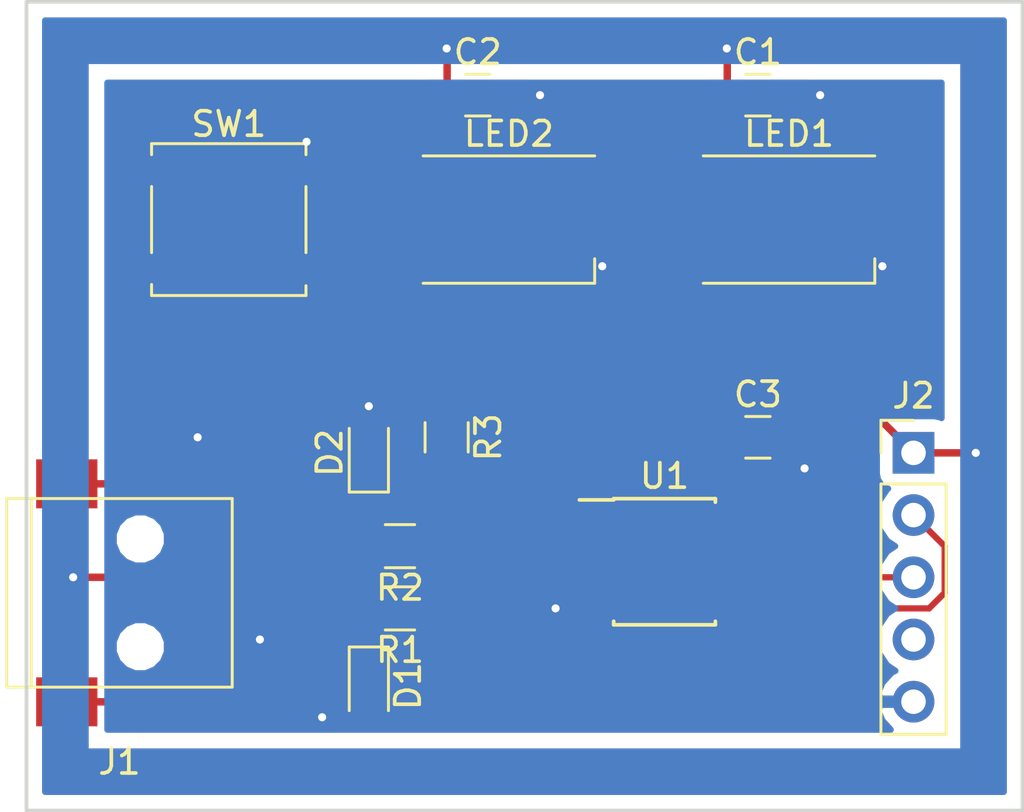
<source format=kicad_pcb>
(kicad_pcb (version 4) (host pcbnew 4.0.6-e0-6349~53~ubuntu16.04.1)

  (general
    (links 36)
    (no_connects 0)
    (area 135.244999 79.825 177.285001 130.405)
    (thickness 1.6)
    (drawings 4)
    (tracks 104)
    (zones 0)
    (modules 14)
    (nets 15)
  )

  (page A4)
  (layers
    (0 F.Cu signal)
    (31 B.Cu signal)
    (32 B.Adhes user)
    (33 F.Adhes user)
    (34 B.Paste user)
    (35 F.Paste user)
    (36 B.SilkS user)
    (37 F.SilkS user)
    (38 B.Mask user)
    (39 F.Mask user)
    (40 Dwgs.User user)
    (41 Cmts.User user)
    (42 Eco1.User user)
    (43 Eco2.User user)
    (44 Edge.Cuts user)
    (45 Margin user)
    (46 B.CrtYd user)
    (47 F.CrtYd user)
    (48 B.Fab user)
    (49 F.Fab user)
  )

  (setup
    (last_trace_width 0.254)
    (user_trace_width 0.254)
    (user_trace_width 0.3048)
    (trace_clearance 0.1524)
    (zone_clearance 0.508)
    (zone_45_only yes)
    (trace_min 0.1524)
    (segment_width 0.2)
    (edge_width 0.15)
    (via_size 0.6858)
    (via_drill 0.3302)
    (via_min_size 0.6858)
    (via_min_drill 0.3302)
    (uvia_size 0.762)
    (uvia_drill 0.508)
    (uvias_allowed no)
    (uvia_min_size 0)
    (uvia_min_drill 0)
    (pcb_text_width 0.3)
    (pcb_text_size 1.5 1.5)
    (mod_edge_width 0.15)
    (mod_text_size 1 1)
    (mod_text_width 0.15)
    (pad_size 1.524 1.524)
    (pad_drill 0.762)
    (pad_to_mask_clearance 0.2)
    (aux_axis_origin 0 0)
    (visible_elements FFFFFF7F)
    (pcbplotparams
      (layerselection 0x00030_80000001)
      (usegerberextensions false)
      (excludeedgelayer true)
      (linewidth 0.100000)
      (plotframeref false)
      (viasonmask false)
      (mode 1)
      (useauxorigin false)
      (hpglpennumber 1)
      (hpglpenspeed 20)
      (hpglpendiameter 15)
      (hpglpenoverlay 2)
      (psnegative false)
      (psa4output false)
      (plotreference true)
      (plotvalue true)
      (plotinvisibletext false)
      (padsonsilk false)
      (subtractmaskfromsilk false)
      (outputformat 1)
      (mirror false)
      (drillshape 1)
      (scaleselection 1)
      (outputdirectory ""))
  )

  (net 0 "")
  (net 1 +5V)
  (net 2 GND)
  (net 3 "Net-(D1-Pad1)")
  (net 4 "Net-(D2-Pad1)")
  (net 5 "Net-(J1-Pad4)")
  (net 6 "Net-(J2-Pad2)")
  (net 7 "Net-(J2-Pad3)")
  (net 8 "Net-(J2-Pad4)")
  (net 9 "Net-(LED1-Pad4)")
  (net 10 "Net-(LED1-Pad2)")
  (net 11 "Net-(LED2-Pad2)")
  (net 12 "Net-(R1-Pad1)")
  (net 13 "Net-(R2-Pad1)")
  (net 14 "Net-(SW1-Pad2)")

  (net_class Default "This is the default net class."
    (clearance 0.1524)
    (trace_width 0.1524)
    (via_dia 0.6858)
    (via_drill 0.3302)
    (uvia_dia 0.762)
    (uvia_drill 0.508)
    (add_net "Net-(D1-Pad1)")
    (add_net "Net-(D2-Pad1)")
    (add_net "Net-(J1-Pad4)")
    (add_net "Net-(J2-Pad2)")
    (add_net "Net-(J2-Pad3)")
    (add_net "Net-(J2-Pad4)")
    (add_net "Net-(LED1-Pad2)")
    (add_net "Net-(LED1-Pad4)")
    (add_net "Net-(LED2-Pad2)")
    (add_net "Net-(R1-Pad1)")
    (add_net "Net-(R2-Pad1)")
    (add_net "Net-(SW1-Pad2)")
  )

  (net_class Power ""
    (clearance 0.1524)
    (trace_width 0.3048)
    (via_dia 0.6858)
    (via_drill 0.3302)
    (uvia_dia 0.762)
    (uvia_drill 0.508)
    (add_net +5V)
    (add_net GND)
  )

  (module Capacitors_SMD:C_0805_HandSoldering (layer F.Cu) (tedit 58AA84A8) (tstamp 59168EAD)
    (at 169.545 99.06)
    (descr "Capacitor SMD 0805, hand soldering")
    (tags "capacitor 0805")
    (path /59168918)
    (attr smd)
    (fp_text reference C1 (at 0 -1.75) (layer F.SilkS)
      (effects (font (size 1 1) (thickness 0.15)))
    )
    (fp_text value 0.1uF (at 0 1.75) (layer F.Fab)
      (effects (font (size 1 1) (thickness 0.15)))
    )
    (fp_text user %R (at 0 -1.75) (layer F.Fab)
      (effects (font (size 1 1) (thickness 0.15)))
    )
    (fp_line (start -1 0.62) (end -1 -0.62) (layer F.Fab) (width 0.1))
    (fp_line (start 1 0.62) (end -1 0.62) (layer F.Fab) (width 0.1))
    (fp_line (start 1 -0.62) (end 1 0.62) (layer F.Fab) (width 0.1))
    (fp_line (start -1 -0.62) (end 1 -0.62) (layer F.Fab) (width 0.1))
    (fp_line (start 0.5 -0.85) (end -0.5 -0.85) (layer F.SilkS) (width 0.12))
    (fp_line (start -0.5 0.85) (end 0.5 0.85) (layer F.SilkS) (width 0.12))
    (fp_line (start -2.25 -0.88) (end 2.25 -0.88) (layer F.CrtYd) (width 0.05))
    (fp_line (start -2.25 -0.88) (end -2.25 0.87) (layer F.CrtYd) (width 0.05))
    (fp_line (start 2.25 0.87) (end 2.25 -0.88) (layer F.CrtYd) (width 0.05))
    (fp_line (start 2.25 0.87) (end -2.25 0.87) (layer F.CrtYd) (width 0.05))
    (pad 1 smd rect (at -1.25 0) (size 1.5 1.25) (layers F.Cu F.Paste F.Mask)
      (net 1 +5V))
    (pad 2 smd rect (at 1.25 0) (size 1.5 1.25) (layers F.Cu F.Paste F.Mask)
      (net 2 GND))
    (model Capacitors_SMD.3dshapes/C_0805.wrl
      (at (xyz 0 0 0))
      (scale (xyz 1 1 1))
      (rotate (xyz 0 0 0))
    )
  )

  (module Capacitors_SMD:C_0805_HandSoldering (layer F.Cu) (tedit 58AA84A8) (tstamp 59168EB3)
    (at 158.115 99.06)
    (descr "Capacitor SMD 0805, hand soldering")
    (tags "capacitor 0805")
    (path /59168B47)
    (attr smd)
    (fp_text reference C2 (at 0 -1.75) (layer F.SilkS)
      (effects (font (size 1 1) (thickness 0.15)))
    )
    (fp_text value 0.1uF (at 0 1.75) (layer F.Fab)
      (effects (font (size 1 1) (thickness 0.15)))
    )
    (fp_text user %R (at 0 -1.75) (layer F.Fab)
      (effects (font (size 1 1) (thickness 0.15)))
    )
    (fp_line (start -1 0.62) (end -1 -0.62) (layer F.Fab) (width 0.1))
    (fp_line (start 1 0.62) (end -1 0.62) (layer F.Fab) (width 0.1))
    (fp_line (start 1 -0.62) (end 1 0.62) (layer F.Fab) (width 0.1))
    (fp_line (start -1 -0.62) (end 1 -0.62) (layer F.Fab) (width 0.1))
    (fp_line (start 0.5 -0.85) (end -0.5 -0.85) (layer F.SilkS) (width 0.12))
    (fp_line (start -0.5 0.85) (end 0.5 0.85) (layer F.SilkS) (width 0.12))
    (fp_line (start -2.25 -0.88) (end 2.25 -0.88) (layer F.CrtYd) (width 0.05))
    (fp_line (start -2.25 -0.88) (end -2.25 0.87) (layer F.CrtYd) (width 0.05))
    (fp_line (start 2.25 0.87) (end 2.25 -0.88) (layer F.CrtYd) (width 0.05))
    (fp_line (start 2.25 0.87) (end -2.25 0.87) (layer F.CrtYd) (width 0.05))
    (pad 1 smd rect (at -1.25 0) (size 1.5 1.25) (layers F.Cu F.Paste F.Mask)
      (net 1 +5V))
    (pad 2 smd rect (at 1.25 0) (size 1.5 1.25) (layers F.Cu F.Paste F.Mask)
      (net 2 GND))
    (model Capacitors_SMD.3dshapes/C_0805.wrl
      (at (xyz 0 0 0))
      (scale (xyz 1 1 1))
      (rotate (xyz 0 0 0))
    )
  )

  (module Capacitors_SMD:C_0805_HandSoldering (layer F.Cu) (tedit 58AA84A8) (tstamp 59168EB9)
    (at 169.545 113.03)
    (descr "Capacitor SMD 0805, hand soldering")
    (tags "capacitor 0805")
    (path /59168700)
    (attr smd)
    (fp_text reference C3 (at 0 -1.75) (layer F.SilkS)
      (effects (font (size 1 1) (thickness 0.15)))
    )
    (fp_text value 0.1uF (at 0 1.75) (layer F.Fab)
      (effects (font (size 1 1) (thickness 0.15)))
    )
    (fp_text user %R (at 0 -1.75) (layer F.Fab)
      (effects (font (size 1 1) (thickness 0.15)))
    )
    (fp_line (start -1 0.62) (end -1 -0.62) (layer F.Fab) (width 0.1))
    (fp_line (start 1 0.62) (end -1 0.62) (layer F.Fab) (width 0.1))
    (fp_line (start 1 -0.62) (end 1 0.62) (layer F.Fab) (width 0.1))
    (fp_line (start -1 -0.62) (end 1 -0.62) (layer F.Fab) (width 0.1))
    (fp_line (start 0.5 -0.85) (end -0.5 -0.85) (layer F.SilkS) (width 0.12))
    (fp_line (start -0.5 0.85) (end 0.5 0.85) (layer F.SilkS) (width 0.12))
    (fp_line (start -2.25 -0.88) (end 2.25 -0.88) (layer F.CrtYd) (width 0.05))
    (fp_line (start -2.25 -0.88) (end -2.25 0.87) (layer F.CrtYd) (width 0.05))
    (fp_line (start 2.25 0.87) (end 2.25 -0.88) (layer F.CrtYd) (width 0.05))
    (fp_line (start 2.25 0.87) (end -2.25 0.87) (layer F.CrtYd) (width 0.05))
    (pad 1 smd rect (at -1.25 0) (size 1.5 1.25) (layers F.Cu F.Paste F.Mask)
      (net 1 +5V))
    (pad 2 smd rect (at 1.25 0) (size 1.5 1.25) (layers F.Cu F.Paste F.Mask)
      (net 2 GND))
    (model Capacitors_SMD.3dshapes/C_0805.wrl
      (at (xyz 0 0 0))
      (scale (xyz 1 1 1))
      (rotate (xyz 0 0 0))
    )
  )

  (module Diodes_SMD:D_0805 (layer F.Cu) (tedit 590CE9A4) (tstamp 59168EBF)
    (at 153.67 123.19 270)
    (descr "Diode SMD in 0805 package http://datasheets.avx.com/schottky.pdf")
    (tags "smd diode")
    (path /59168133)
    (attr smd)
    (fp_text reference D1 (at 0 -1.6 270) (layer F.SilkS)
      (effects (font (size 1 1) (thickness 0.15)))
    )
    (fp_text value 3.6V (at 0 1.7 270) (layer F.Fab)
      (effects (font (size 1 1) (thickness 0.15)))
    )
    (fp_text user %R (at 0 -1.6 270) (layer F.Fab)
      (effects (font (size 1 1) (thickness 0.15)))
    )
    (fp_line (start -1.6 -0.8) (end -1.6 0.8) (layer F.SilkS) (width 0.12))
    (fp_line (start -1.7 0.88) (end -1.7 -0.88) (layer F.CrtYd) (width 0.05))
    (fp_line (start 1.7 0.88) (end -1.7 0.88) (layer F.CrtYd) (width 0.05))
    (fp_line (start 1.7 -0.88) (end 1.7 0.88) (layer F.CrtYd) (width 0.05))
    (fp_line (start -1.7 -0.88) (end 1.7 -0.88) (layer F.CrtYd) (width 0.05))
    (fp_line (start 0.2 0) (end 0.4 0) (layer F.Fab) (width 0.1))
    (fp_line (start -0.1 0) (end -0.3 0) (layer F.Fab) (width 0.1))
    (fp_line (start -0.1 -0.2) (end -0.1 0.2) (layer F.Fab) (width 0.1))
    (fp_line (start 0.2 0.2) (end 0.2 -0.2) (layer F.Fab) (width 0.1))
    (fp_line (start -0.1 0) (end 0.2 0.2) (layer F.Fab) (width 0.1))
    (fp_line (start 0.2 -0.2) (end -0.1 0) (layer F.Fab) (width 0.1))
    (fp_line (start -1 0.65) (end -1 -0.65) (layer F.Fab) (width 0.1))
    (fp_line (start 1 0.65) (end -1 0.65) (layer F.Fab) (width 0.1))
    (fp_line (start 1 -0.65) (end 1 0.65) (layer F.Fab) (width 0.1))
    (fp_line (start -1 -0.65) (end 1 -0.65) (layer F.Fab) (width 0.1))
    (fp_line (start -1.6 0.8) (end 1 0.8) (layer F.SilkS) (width 0.12))
    (fp_line (start -1.6 -0.8) (end 1 -0.8) (layer F.SilkS) (width 0.12))
    (pad 1 smd rect (at -1.05 0 270) (size 0.8 0.9) (layers F.Cu F.Paste F.Mask)
      (net 3 "Net-(D1-Pad1)"))
    (pad 2 smd rect (at 1.05 0 270) (size 0.8 0.9) (layers F.Cu F.Paste F.Mask)
      (net 2 GND))
    (model ${KISYS3DMOD}/Diodes_SMD.3dshapes/D_0805.wrl
      (at (xyz 0 0 0))
      (scale (xyz 1 1 1))
      (rotate (xyz 0 0 0))
    )
  )

  (module Diodes_SMD:D_0805 (layer F.Cu) (tedit 590CE9A4) (tstamp 59168EC5)
    (at 153.67 113.665 90)
    (descr "Diode SMD in 0805 package http://datasheets.avx.com/schottky.pdf")
    (tags "smd diode")
    (path /59168196)
    (attr smd)
    (fp_text reference D2 (at 0 -1.6 90) (layer F.SilkS)
      (effects (font (size 1 1) (thickness 0.15)))
    )
    (fp_text value 3.6V (at 0 1.7 90) (layer F.Fab)
      (effects (font (size 1 1) (thickness 0.15)))
    )
    (fp_text user %R (at 0 -1.6 90) (layer F.Fab)
      (effects (font (size 1 1) (thickness 0.15)))
    )
    (fp_line (start -1.6 -0.8) (end -1.6 0.8) (layer F.SilkS) (width 0.12))
    (fp_line (start -1.7 0.88) (end -1.7 -0.88) (layer F.CrtYd) (width 0.05))
    (fp_line (start 1.7 0.88) (end -1.7 0.88) (layer F.CrtYd) (width 0.05))
    (fp_line (start 1.7 -0.88) (end 1.7 0.88) (layer F.CrtYd) (width 0.05))
    (fp_line (start -1.7 -0.88) (end 1.7 -0.88) (layer F.CrtYd) (width 0.05))
    (fp_line (start 0.2 0) (end 0.4 0) (layer F.Fab) (width 0.1))
    (fp_line (start -0.1 0) (end -0.3 0) (layer F.Fab) (width 0.1))
    (fp_line (start -0.1 -0.2) (end -0.1 0.2) (layer F.Fab) (width 0.1))
    (fp_line (start 0.2 0.2) (end 0.2 -0.2) (layer F.Fab) (width 0.1))
    (fp_line (start -0.1 0) (end 0.2 0.2) (layer F.Fab) (width 0.1))
    (fp_line (start 0.2 -0.2) (end -0.1 0) (layer F.Fab) (width 0.1))
    (fp_line (start -1 0.65) (end -1 -0.65) (layer F.Fab) (width 0.1))
    (fp_line (start 1 0.65) (end -1 0.65) (layer F.Fab) (width 0.1))
    (fp_line (start 1 -0.65) (end 1 0.65) (layer F.Fab) (width 0.1))
    (fp_line (start -1 -0.65) (end 1 -0.65) (layer F.Fab) (width 0.1))
    (fp_line (start -1.6 0.8) (end 1 0.8) (layer F.SilkS) (width 0.12))
    (fp_line (start -1.6 -0.8) (end 1 -0.8) (layer F.SilkS) (width 0.12))
    (pad 1 smd rect (at -1.05 0 90) (size 0.8 0.9) (layers F.Cu F.Paste F.Mask)
      (net 4 "Net-(D2-Pad1)"))
    (pad 2 smd rect (at 1.05 0 90) (size 0.8 0.9) (layers F.Cu F.Paste F.Mask)
      (net 2 GND))
    (model ${KISYS3DMOD}/Diodes_SMD.3dshapes/D_0805.wrl
      (at (xyz 0 0 0))
      (scale (xyz 1 1 1))
      (rotate (xyz 0 0 0))
    )
  )

  (module Connectors:USB_Mini-B (layer F.Cu) (tedit 5543E571) (tstamp 59168EDD)
    (at 144.145 119.38)
    (descr "USB Mini-B 5-pin SMD connector")
    (tags "USB USB_B USB_Mini connector")
    (path /59168025)
    (attr smd)
    (fp_text reference J1 (at -0.65 6.9) (layer F.SilkS)
      (effects (font (size 1 1) (thickness 0.15)))
    )
    (fp_text value USB_OTG (at -0.65 -7.1) (layer F.Fab)
      (effects (font (size 1 1) (thickness 0.15)))
    )
    (fp_line (start -5.5 -5.7) (end 4.2 -5.7) (layer F.CrtYd) (width 0.05))
    (fp_line (start 4.2 -5.7) (end 4.2 5.7) (layer F.CrtYd) (width 0.05))
    (fp_line (start 4.2 5.7) (end -5.5 5.7) (layer F.CrtYd) (width 0.05))
    (fp_line (start -5.5 5.7) (end -5.5 -5.7) (layer F.CrtYd) (width 0.05))
    (fp_line (start -4.25 -3.85) (end -4.25 3.85) (layer F.SilkS) (width 0.12))
    (fp_line (start -5.25 -3.85) (end -5.25 3.85) (layer F.SilkS) (width 0.12))
    (fp_line (start -5.25 3.85) (end 3.95 3.85) (layer F.SilkS) (width 0.12))
    (fp_line (start 3.95 3.85) (end 3.95 -3.85) (layer F.SilkS) (width 0.12))
    (fp_line (start 3.95 -3.85) (end -5.25 -3.85) (layer F.SilkS) (width 0.12))
    (pad 1 smd rect (at 2.8 -1.6) (size 2.3 0.5) (layers F.Cu F.Paste F.Mask)
      (net 1 +5V))
    (pad 2 smd rect (at 2.8 -0.8) (size 2.3 0.5) (layers F.Cu F.Paste F.Mask)
      (net 4 "Net-(D2-Pad1)"))
    (pad 3 smd rect (at 2.8 0) (size 2.3 0.5) (layers F.Cu F.Paste F.Mask)
      (net 3 "Net-(D1-Pad1)"))
    (pad 4 smd rect (at 2.8 0.8) (size 2.3 0.5) (layers F.Cu F.Paste F.Mask)
      (net 5 "Net-(J1-Pad4)"))
    (pad 5 smd rect (at 2.8 1.6) (size 2.3 0.5) (layers F.Cu F.Paste F.Mask)
      (net 2 GND))
    (pad 6 smd rect (at 2.7 -4.45) (size 2.5 2) (layers F.Cu F.Paste F.Mask)
      (net 2 GND))
    (pad 6 smd rect (at -2.8 -4.45) (size 2.5 2) (layers F.Cu F.Paste F.Mask)
      (net 2 GND))
    (pad 6 smd rect (at 2.7 4.45) (size 2.5 2) (layers F.Cu F.Paste F.Mask)
      (net 2 GND))
    (pad 6 smd rect (at -2.8 4.45) (size 2.5 2) (layers F.Cu F.Paste F.Mask)
      (net 2 GND))
    (pad "" np_thru_hole circle (at 0.2 -2.2) (size 0.9 0.9) (drill 0.9) (layers *.Cu *.Mask))
    (pad "" np_thru_hole circle (at 0.2 2.2) (size 0.9 0.9) (drill 0.9) (layers *.Cu *.Mask))
  )

  (module Pin_Headers:Pin_Header_Straight_1x05_Pitch2.54mm (layer F.Cu) (tedit 58CD4EC1) (tstamp 59168EE6)
    (at 175.895 113.665)
    (descr "Through hole straight pin header, 1x05, 2.54mm pitch, single row")
    (tags "Through hole pin header THT 1x05 2.54mm single row")
    (path /591692F5)
    (fp_text reference J2 (at 0 -2.33) (layer F.SilkS)
      (effects (font (size 1 1) (thickness 0.15)))
    )
    (fp_text value RTC (at 0 12.49) (layer F.Fab)
      (effects (font (size 1 1) (thickness 0.15)))
    )
    (fp_line (start -1.27 -1.27) (end -1.27 11.43) (layer F.Fab) (width 0.1))
    (fp_line (start -1.27 11.43) (end 1.27 11.43) (layer F.Fab) (width 0.1))
    (fp_line (start 1.27 11.43) (end 1.27 -1.27) (layer F.Fab) (width 0.1))
    (fp_line (start 1.27 -1.27) (end -1.27 -1.27) (layer F.Fab) (width 0.1))
    (fp_line (start -1.33 1.27) (end -1.33 11.49) (layer F.SilkS) (width 0.12))
    (fp_line (start -1.33 11.49) (end 1.33 11.49) (layer F.SilkS) (width 0.12))
    (fp_line (start 1.33 11.49) (end 1.33 1.27) (layer F.SilkS) (width 0.12))
    (fp_line (start 1.33 1.27) (end -1.33 1.27) (layer F.SilkS) (width 0.12))
    (fp_line (start -1.33 0) (end -1.33 -1.33) (layer F.SilkS) (width 0.12))
    (fp_line (start -1.33 -1.33) (end 0 -1.33) (layer F.SilkS) (width 0.12))
    (fp_line (start -1.8 -1.8) (end -1.8 11.95) (layer F.CrtYd) (width 0.05))
    (fp_line (start -1.8 11.95) (end 1.8 11.95) (layer F.CrtYd) (width 0.05))
    (fp_line (start 1.8 11.95) (end 1.8 -1.8) (layer F.CrtYd) (width 0.05))
    (fp_line (start 1.8 -1.8) (end -1.8 -1.8) (layer F.CrtYd) (width 0.05))
    (fp_text user %R (at 0 -2.33) (layer F.Fab)
      (effects (font (size 1 1) (thickness 0.15)))
    )
    (pad 1 thru_hole rect (at 0 0) (size 1.7 1.7) (drill 1) (layers *.Cu *.Mask)
      (net 1 +5V))
    (pad 2 thru_hole oval (at 0 2.54) (size 1.7 1.7) (drill 1) (layers *.Cu *.Mask)
      (net 6 "Net-(J2-Pad2)"))
    (pad 3 thru_hole oval (at 0 5.08) (size 1.7 1.7) (drill 1) (layers *.Cu *.Mask)
      (net 7 "Net-(J2-Pad3)"))
    (pad 4 thru_hole oval (at 0 7.62) (size 1.7 1.7) (drill 1) (layers *.Cu *.Mask)
      (net 8 "Net-(J2-Pad4)"))
    (pad 5 thru_hole oval (at 0 10.16) (size 1.7 1.7) (drill 1) (layers *.Cu *.Mask)
      (net 2 GND))
    (model ${KISYS3DMOD}/Pin_Headers.3dshapes/Pin_Header_Straight_1x05_Pitch2.54mm.wrl
      (at (xyz 0 -0.2 0))
      (scale (xyz 1 1 1))
      (rotate (xyz 0 0 90))
    )
  )

  (module LEDs:LED_WS2812B-PLCC4 (layer F.Cu) (tedit 587A6D9E) (tstamp 59168EEE)
    (at 170.815 104.14)
    (descr http://www.world-semi.com/uploads/soft/150522/1-150522091P5.pdf)
    (tags "LED NeoPixel")
    (path /5916862C)
    (attr smd)
    (fp_text reference LED1 (at 0 -3.5) (layer F.SilkS)
      (effects (font (size 1 1) (thickness 0.15)))
    )
    (fp_text value WS2812B (at 0 4) (layer F.Fab)
      (effects (font (size 1 1) (thickness 0.15)))
    )
    (fp_line (start 3.75 -2.85) (end -3.75 -2.85) (layer F.CrtYd) (width 0.05))
    (fp_line (start 3.75 2.85) (end 3.75 -2.85) (layer F.CrtYd) (width 0.05))
    (fp_line (start -3.75 2.85) (end 3.75 2.85) (layer F.CrtYd) (width 0.05))
    (fp_line (start -3.75 -2.85) (end -3.75 2.85) (layer F.CrtYd) (width 0.05))
    (fp_line (start 2.5 1.5) (end 1.5 2.5) (layer F.Fab) (width 0.1))
    (fp_line (start -2.5 -2.5) (end -2.5 2.5) (layer F.Fab) (width 0.1))
    (fp_line (start -2.5 2.5) (end 2.5 2.5) (layer F.Fab) (width 0.1))
    (fp_line (start 2.5 2.5) (end 2.5 -2.5) (layer F.Fab) (width 0.1))
    (fp_line (start 2.5 -2.5) (end -2.5 -2.5) (layer F.Fab) (width 0.1))
    (fp_line (start -3.5 -2.6) (end 3.5 -2.6) (layer F.SilkS) (width 0.12))
    (fp_line (start -3.5 2.6) (end 3.5 2.6) (layer F.SilkS) (width 0.12))
    (fp_line (start 3.5 2.6) (end 3.5 1.6) (layer F.SilkS) (width 0.12))
    (fp_circle (center 0 0) (end 0 -2) (layer F.Fab) (width 0.1))
    (pad 3 smd rect (at 2.5 1.6) (size 1.6 1) (layers F.Cu F.Paste F.Mask)
      (net 2 GND))
    (pad 4 smd rect (at 2.5 -1.6) (size 1.6 1) (layers F.Cu F.Paste F.Mask)
      (net 9 "Net-(LED1-Pad4)"))
    (pad 2 smd rect (at -2.5 1.6) (size 1.6 1) (layers F.Cu F.Paste F.Mask)
      (net 10 "Net-(LED1-Pad2)"))
    (pad 1 smd rect (at -2.5 -1.6) (size 1.6 1) (layers F.Cu F.Paste F.Mask)
      (net 1 +5V))
    (model LEDs.3dshapes/LED_WS2812B-PLCC4.wrl
      (at (xyz 0 0 0))
      (scale (xyz 0.39 0.39 0.39))
      (rotate (xyz 0 0 180))
    )
  )

  (module LEDs:LED_WS2812B-PLCC4 (layer F.Cu) (tedit 587A6D9E) (tstamp 59168EF6)
    (at 159.385 104.14)
    (descr http://www.world-semi.com/uploads/soft/150522/1-150522091P5.pdf)
    (tags "LED NeoPixel")
    (path /59168683)
    (attr smd)
    (fp_text reference LED2 (at 0 -3.5) (layer F.SilkS)
      (effects (font (size 1 1) (thickness 0.15)))
    )
    (fp_text value WS2812B (at 0 4) (layer F.Fab)
      (effects (font (size 1 1) (thickness 0.15)))
    )
    (fp_line (start 3.75 -2.85) (end -3.75 -2.85) (layer F.CrtYd) (width 0.05))
    (fp_line (start 3.75 2.85) (end 3.75 -2.85) (layer F.CrtYd) (width 0.05))
    (fp_line (start -3.75 2.85) (end 3.75 2.85) (layer F.CrtYd) (width 0.05))
    (fp_line (start -3.75 -2.85) (end -3.75 2.85) (layer F.CrtYd) (width 0.05))
    (fp_line (start 2.5 1.5) (end 1.5 2.5) (layer F.Fab) (width 0.1))
    (fp_line (start -2.5 -2.5) (end -2.5 2.5) (layer F.Fab) (width 0.1))
    (fp_line (start -2.5 2.5) (end 2.5 2.5) (layer F.Fab) (width 0.1))
    (fp_line (start 2.5 2.5) (end 2.5 -2.5) (layer F.Fab) (width 0.1))
    (fp_line (start 2.5 -2.5) (end -2.5 -2.5) (layer F.Fab) (width 0.1))
    (fp_line (start -3.5 -2.6) (end 3.5 -2.6) (layer F.SilkS) (width 0.12))
    (fp_line (start -3.5 2.6) (end 3.5 2.6) (layer F.SilkS) (width 0.12))
    (fp_line (start 3.5 2.6) (end 3.5 1.6) (layer F.SilkS) (width 0.12))
    (fp_circle (center 0 0) (end 0 -2) (layer F.Fab) (width 0.1))
    (pad 3 smd rect (at 2.5 1.6) (size 1.6 1) (layers F.Cu F.Paste F.Mask)
      (net 2 GND))
    (pad 4 smd rect (at 2.5 -1.6) (size 1.6 1) (layers F.Cu F.Paste F.Mask)
      (net 10 "Net-(LED1-Pad2)"))
    (pad 2 smd rect (at -2.5 1.6) (size 1.6 1) (layers F.Cu F.Paste F.Mask)
      (net 11 "Net-(LED2-Pad2)"))
    (pad 1 smd rect (at -2.5 -1.6) (size 1.6 1) (layers F.Cu F.Paste F.Mask)
      (net 1 +5V))
    (model LEDs.3dshapes/LED_WS2812B-PLCC4.wrl
      (at (xyz 0 0 0))
      (scale (xyz 0.39 0.39 0.39))
      (rotate (xyz 0 0 180))
    )
  )

  (module Resistors_SMD:R_0805_HandSoldering (layer F.Cu) (tedit 58E0A804) (tstamp 59168EFC)
    (at 154.94 120.015 180)
    (descr "Resistor SMD 0805, hand soldering")
    (tags "resistor 0805")
    (path /591681E6)
    (attr smd)
    (fp_text reference R1 (at 0 -1.7 180) (layer F.SilkS)
      (effects (font (size 1 1) (thickness 0.15)))
    )
    (fp_text value 68 (at 0 1.75 180) (layer F.Fab)
      (effects (font (size 1 1) (thickness 0.15)))
    )
    (fp_text user %R (at 0 0 180) (layer F.Fab)
      (effects (font (size 0.5 0.5) (thickness 0.075)))
    )
    (fp_line (start -1 0.62) (end -1 -0.62) (layer F.Fab) (width 0.1))
    (fp_line (start 1 0.62) (end -1 0.62) (layer F.Fab) (width 0.1))
    (fp_line (start 1 -0.62) (end 1 0.62) (layer F.Fab) (width 0.1))
    (fp_line (start -1 -0.62) (end 1 -0.62) (layer F.Fab) (width 0.1))
    (fp_line (start 0.6 0.88) (end -0.6 0.88) (layer F.SilkS) (width 0.12))
    (fp_line (start -0.6 -0.88) (end 0.6 -0.88) (layer F.SilkS) (width 0.12))
    (fp_line (start -2.35 -0.9) (end 2.35 -0.9) (layer F.CrtYd) (width 0.05))
    (fp_line (start -2.35 -0.9) (end -2.35 0.9) (layer F.CrtYd) (width 0.05))
    (fp_line (start 2.35 0.9) (end 2.35 -0.9) (layer F.CrtYd) (width 0.05))
    (fp_line (start 2.35 0.9) (end -2.35 0.9) (layer F.CrtYd) (width 0.05))
    (pad 1 smd rect (at -1.35 0 180) (size 1.5 1.3) (layers F.Cu F.Paste F.Mask)
      (net 12 "Net-(R1-Pad1)"))
    (pad 2 smd rect (at 1.35 0 180) (size 1.5 1.3) (layers F.Cu F.Paste F.Mask)
      (net 3 "Net-(D1-Pad1)"))
    (model ${KISYS3DMOD}/Resistors_SMD.3dshapes/R_0805.wrl
      (at (xyz 0 0 0))
      (scale (xyz 1 1 1))
      (rotate (xyz 0 0 0))
    )
  )

  (module Resistors_SMD:R_0805_HandSoldering (layer F.Cu) (tedit 58E0A804) (tstamp 59168F02)
    (at 154.94 117.475 180)
    (descr "Resistor SMD 0805, hand soldering")
    (tags "resistor 0805")
    (path /591681B8)
    (attr smd)
    (fp_text reference R2 (at 0 -1.7 180) (layer F.SilkS)
      (effects (font (size 1 1) (thickness 0.15)))
    )
    (fp_text value 68 (at 0 1.75 180) (layer F.Fab)
      (effects (font (size 1 1) (thickness 0.15)))
    )
    (fp_text user %R (at 0 0 180) (layer F.Fab)
      (effects (font (size 0.5 0.5) (thickness 0.075)))
    )
    (fp_line (start -1 0.62) (end -1 -0.62) (layer F.Fab) (width 0.1))
    (fp_line (start 1 0.62) (end -1 0.62) (layer F.Fab) (width 0.1))
    (fp_line (start 1 -0.62) (end 1 0.62) (layer F.Fab) (width 0.1))
    (fp_line (start -1 -0.62) (end 1 -0.62) (layer F.Fab) (width 0.1))
    (fp_line (start 0.6 0.88) (end -0.6 0.88) (layer F.SilkS) (width 0.12))
    (fp_line (start -0.6 -0.88) (end 0.6 -0.88) (layer F.SilkS) (width 0.12))
    (fp_line (start -2.35 -0.9) (end 2.35 -0.9) (layer F.CrtYd) (width 0.05))
    (fp_line (start -2.35 -0.9) (end -2.35 0.9) (layer F.CrtYd) (width 0.05))
    (fp_line (start 2.35 0.9) (end 2.35 -0.9) (layer F.CrtYd) (width 0.05))
    (fp_line (start 2.35 0.9) (end -2.35 0.9) (layer F.CrtYd) (width 0.05))
    (pad 1 smd rect (at -1.35 0 180) (size 1.5 1.3) (layers F.Cu F.Paste F.Mask)
      (net 13 "Net-(R2-Pad1)"))
    (pad 2 smd rect (at 1.35 0 180) (size 1.5 1.3) (layers F.Cu F.Paste F.Mask)
      (net 4 "Net-(D2-Pad1)"))
    (model ${KISYS3DMOD}/Resistors_SMD.3dshapes/R_0805.wrl
      (at (xyz 0 0 0))
      (scale (xyz 1 1 1))
      (rotate (xyz 0 0 0))
    )
  )

  (module Resistors_SMD:R_0805_HandSoldering (layer F.Cu) (tedit 58E0A804) (tstamp 59168F08)
    (at 156.845 113.03 270)
    (descr "Resistor SMD 0805, hand soldering")
    (tags "resistor 0805")
    (path /5916844B)
    (attr smd)
    (fp_text reference R3 (at 0 -1.7 270) (layer F.SilkS)
      (effects (font (size 1 1) (thickness 0.15)))
    )
    (fp_text value 1.5k (at 0 1.75 270) (layer F.Fab)
      (effects (font (size 1 1) (thickness 0.15)))
    )
    (fp_text user %R (at 0 0 270) (layer F.Fab)
      (effects (font (size 0.5 0.5) (thickness 0.075)))
    )
    (fp_line (start -1 0.62) (end -1 -0.62) (layer F.Fab) (width 0.1))
    (fp_line (start 1 0.62) (end -1 0.62) (layer F.Fab) (width 0.1))
    (fp_line (start 1 -0.62) (end 1 0.62) (layer F.Fab) (width 0.1))
    (fp_line (start -1 -0.62) (end 1 -0.62) (layer F.Fab) (width 0.1))
    (fp_line (start 0.6 0.88) (end -0.6 0.88) (layer F.SilkS) (width 0.12))
    (fp_line (start -0.6 -0.88) (end 0.6 -0.88) (layer F.SilkS) (width 0.12))
    (fp_line (start -2.35 -0.9) (end 2.35 -0.9) (layer F.CrtYd) (width 0.05))
    (fp_line (start -2.35 -0.9) (end -2.35 0.9) (layer F.CrtYd) (width 0.05))
    (fp_line (start 2.35 0.9) (end 2.35 -0.9) (layer F.CrtYd) (width 0.05))
    (fp_line (start 2.35 0.9) (end -2.35 0.9) (layer F.CrtYd) (width 0.05))
    (pad 1 smd rect (at -1.35 0 270) (size 1.5 1.3) (layers F.Cu F.Paste F.Mask)
      (net 1 +5V))
    (pad 2 smd rect (at 1.35 0 270) (size 1.5 1.3) (layers F.Cu F.Paste F.Mask)
      (net 13 "Net-(R2-Pad1)"))
    (model ${KISYS3DMOD}/Resistors_SMD.3dshapes/R_0805.wrl
      (at (xyz 0 0 0))
      (scale (xyz 1 1 1))
      (rotate (xyz 0 0 0))
    )
  )

  (module Buttons_Switches_SMD:SW_SPST_EVPBF (layer F.Cu) (tedit 587245CD) (tstamp 59168F10)
    (at 147.955 104.14)
    (descr "Light Touch Switch")
    (path /591697DF)
    (attr smd)
    (fp_text reference SW1 (at 0 -3.9) (layer F.SilkS)
      (effects (font (size 1 1) (thickness 0.15)))
    )
    (fp_text value SW_Push (at 0 4.25) (layer F.Fab)
      (effects (font (size 1 1) (thickness 0.15)))
    )
    (fp_line (start -3.15 2.65) (end -3.15 3.1) (layer F.SilkS) (width 0.12))
    (fp_line (start -3.15 3.1) (end 3.15 3.1) (layer F.SilkS) (width 0.12))
    (fp_line (start 3.15 3.1) (end 3.15 2.7) (layer F.SilkS) (width 0.12))
    (fp_line (start -3.15 1.35) (end -3.15 -1.35) (layer F.SilkS) (width 0.12))
    (fp_line (start 3.15 -1.35) (end 3.15 1.35) (layer F.SilkS) (width 0.12))
    (fp_line (start -3.15 -3.1) (end 3.15 -3.1) (layer F.SilkS) (width 0.12))
    (fp_line (start 3.15 -3.1) (end 3.15 -2.65) (layer F.SilkS) (width 0.12))
    (fp_line (start -3.15 -2.65) (end -3.15 -3.1) (layer F.SilkS) (width 0.12))
    (fp_line (start -3 -3) (end 3 -3) (layer F.Fab) (width 0.1))
    (fp_line (start 3 -3) (end 3 3) (layer F.Fab) (width 0.1))
    (fp_line (start 3 3) (end -3 3) (layer F.Fab) (width 0.1))
    (fp_line (start -3 3) (end -3 -3) (layer F.Fab) (width 0.1))
    (fp_text user %R (at 0 -3.9) (layer F.Fab)
      (effects (font (size 1 1) (thickness 0.15)))
    )
    (fp_line (start -4.5 -3.25) (end 4.5 -3.25) (layer F.CrtYd) (width 0.05))
    (fp_line (start 4.5 -3.25) (end 4.5 3.25) (layer F.CrtYd) (width 0.05))
    (fp_line (start 4.5 3.25) (end -4.5 3.25) (layer F.CrtYd) (width 0.05))
    (fp_line (start -4.5 3.25) (end -4.5 -3.25) (layer F.CrtYd) (width 0.05))
    (fp_circle (center 0 0) (end 1.7 0) (layer F.Fab) (width 0.1))
    (pad 1 smd rect (at 2.88 -2) (size 2.75 1) (layers F.Cu F.Paste F.Mask)
      (net 2 GND))
    (pad 1 smd rect (at -2.88 -2) (size 2.75 1) (layers F.Cu F.Paste F.Mask)
      (net 2 GND))
    (pad 2 smd rect (at -2.88 2) (size 2.75 1) (layers F.Cu F.Paste F.Mask)
      (net 14 "Net-(SW1-Pad2)"))
    (pad 2 smd rect (at 2.88 2) (size 2.75 1) (layers F.Cu F.Paste F.Mask)
      (net 14 "Net-(SW1-Pad2)"))
  )

  (module Housings_SOIC:SOIC-8_3.9x4.9mm_Pitch1.27mm (layer F.Cu) (tedit 58CD0CDA) (tstamp 59168F1C)
    (at 165.735 118.11)
    (descr "8-Lead Plastic Small Outline (SN) - Narrow, 3.90 mm Body [SOIC] (see Microchip Packaging Specification 00000049BS.pdf)")
    (tags "SOIC 1.27")
    (path /59167F03)
    (attr smd)
    (fp_text reference U1 (at 0 -3.5) (layer F.SilkS)
      (effects (font (size 1 1) (thickness 0.15)))
    )
    (fp_text value ATTINY85-20PU (at 0 3.5) (layer F.Fab)
      (effects (font (size 1 1) (thickness 0.15)))
    )
    (fp_text user %R (at 0 0) (layer F.Fab)
      (effects (font (size 1 1) (thickness 0.15)))
    )
    (fp_line (start -0.95 -2.45) (end 1.95 -2.45) (layer F.Fab) (width 0.1))
    (fp_line (start 1.95 -2.45) (end 1.95 2.45) (layer F.Fab) (width 0.1))
    (fp_line (start 1.95 2.45) (end -1.95 2.45) (layer F.Fab) (width 0.1))
    (fp_line (start -1.95 2.45) (end -1.95 -1.45) (layer F.Fab) (width 0.1))
    (fp_line (start -1.95 -1.45) (end -0.95 -2.45) (layer F.Fab) (width 0.1))
    (fp_line (start -3.73 -2.7) (end -3.73 2.7) (layer F.CrtYd) (width 0.05))
    (fp_line (start 3.73 -2.7) (end 3.73 2.7) (layer F.CrtYd) (width 0.05))
    (fp_line (start -3.73 -2.7) (end 3.73 -2.7) (layer F.CrtYd) (width 0.05))
    (fp_line (start -3.73 2.7) (end 3.73 2.7) (layer F.CrtYd) (width 0.05))
    (fp_line (start -2.075 -2.575) (end -2.075 -2.525) (layer F.SilkS) (width 0.15))
    (fp_line (start 2.075 -2.575) (end 2.075 -2.43) (layer F.SilkS) (width 0.15))
    (fp_line (start 2.075 2.575) (end 2.075 2.43) (layer F.SilkS) (width 0.15))
    (fp_line (start -2.075 2.575) (end -2.075 2.43) (layer F.SilkS) (width 0.15))
    (fp_line (start -2.075 -2.575) (end 2.075 -2.575) (layer F.SilkS) (width 0.15))
    (fp_line (start -2.075 2.575) (end 2.075 2.575) (layer F.SilkS) (width 0.15))
    (fp_line (start -2.075 -2.525) (end -3.475 -2.525) (layer F.SilkS) (width 0.15))
    (pad 1 smd rect (at -2.7 -1.905) (size 1.55 0.6) (layers F.Cu F.Paste F.Mask)
      (net 14 "Net-(SW1-Pad2)"))
    (pad 2 smd rect (at -2.7 -0.635) (size 1.55 0.6) (layers F.Cu F.Paste F.Mask)
      (net 13 "Net-(R2-Pad1)"))
    (pad 3 smd rect (at -2.7 0.635) (size 1.55 0.6) (layers F.Cu F.Paste F.Mask)
      (net 12 "Net-(R1-Pad1)"))
    (pad 4 smd rect (at -2.7 1.905) (size 1.55 0.6) (layers F.Cu F.Paste F.Mask)
      (net 2 GND))
    (pad 5 smd rect (at 2.7 1.905) (size 1.55 0.6) (layers F.Cu F.Paste F.Mask)
      (net 6 "Net-(J2-Pad2)"))
    (pad 6 smd rect (at 2.7 0.635) (size 1.55 0.6) (layers F.Cu F.Paste F.Mask)
      (net 9 "Net-(LED1-Pad4)"))
    (pad 7 smd rect (at 2.7 -0.635) (size 1.55 0.6) (layers F.Cu F.Paste F.Mask)
      (net 7 "Net-(J2-Pad3)"))
    (pad 8 smd rect (at 2.7 -1.905) (size 1.55 0.6) (layers F.Cu F.Paste F.Mask)
      (net 1 +5V))
    (model Housings_SOIC.3dshapes/SOIC-8_3.9x4.9mm_Pitch1.27mm.wrl
      (at (xyz 0 0 0))
      (scale (xyz 1 1 1))
      (rotate (xyz 0 0 0))
    )
  )

  (gr_line (start 139.7 95.25) (end 139.7 128.27) (angle 90) (layer Edge.Cuts) (width 0.15))
  (gr_line (start 180.34 95.25) (end 139.7 95.25) (angle 90) (layer Edge.Cuts) (width 0.15))
  (gr_line (start 180.34 128.27) (end 180.34 95.25) (angle 90) (layer Edge.Cuts) (width 0.15))
  (gr_line (start 139.7 128.27) (end 180.34 128.27) (angle 90) (layer Edge.Cuts) (width 0.15))

  (segment (start 168.295 99.06) (end 168.295 97.175) (width 0.3048) (layer F.Cu) (net 1))
  (via (at 168.275 97.155) (size 0.6858) (drill 0.3302) (layers F.Cu B.Cu) (net 1))
  (segment (start 168.295 97.175) (end 168.275 97.155) (width 0.3048) (layer F.Cu) (net 1) (tstamp 591772DA))
  (segment (start 156.865 99.06) (end 156.865 97.175) (width 0.3048) (layer F.Cu) (net 1))
  (via (at 156.845 97.155) (size 0.6858) (drill 0.3302) (layers F.Cu B.Cu) (net 1))
  (segment (start 156.865 97.175) (end 156.845 97.155) (width 0.3048) (layer F.Cu) (net 1) (tstamp 591772D5))
  (segment (start 156.845 111.68) (end 156.765 111.68) (width 0.3048) (layer F.Cu) (net 1))
  (segment (start 156.765 111.68) (end 155.575 110.49) (width 0.3048) (layer F.Cu) (net 1) (tstamp 591772BB))
  (segment (start 149.555 117.78) (end 146.945 117.78) (width 0.3048) (layer F.Cu) (net 1) (tstamp 591772CD))
  (segment (start 151.13 116.205) (end 149.555 117.78) (width 0.3048) (layer F.Cu) (net 1) (tstamp 591772CB))
  (segment (start 151.13 112.395) (end 151.13 116.205) (width 0.3048) (layer F.Cu) (net 1) (tstamp 591772C9))
  (segment (start 153.035 110.49) (end 151.13 112.395) (width 0.3048) (layer F.Cu) (net 1) (tstamp 591772C2))
  (segment (start 155.575 110.49) (end 153.035 110.49) (width 0.3048) (layer F.Cu) (net 1) (tstamp 591772C0))
  (segment (start 168.295 113.03) (end 168.295 113.01) (width 0.3048) (layer F.Cu) (net 1))
  (segment (start 168.295 113.01) (end 169.545 111.76) (width 0.3048) (layer F.Cu) (net 1) (tstamp 591772AC))
  (segment (start 173.99 111.76) (end 175.895 113.665) (width 0.3048) (layer F.Cu) (net 1) (tstamp 591772B1))
  (segment (start 169.545 111.76) (end 173.99 111.76) (width 0.3048) (layer F.Cu) (net 1) (tstamp 591772AD))
  (segment (start 146.945 117.78) (end 145.745 117.78) (width 0.3048) (layer F.Cu) (net 1))
  (via (at 141.605 118.745) (size 0.6858) (drill 0.3302) (layers F.Cu B.Cu) (net 1))
  (segment (start 144.78 118.745) (end 141.605 118.745) (width 0.3048) (layer F.Cu) (net 1) (tstamp 5917727D))
  (segment (start 145.745 117.78) (end 144.78 118.745) (width 0.3048) (layer F.Cu) (net 1) (tstamp 5917727B))
  (segment (start 175.895 113.665) (end 178.435 113.665) (width 0.3048) (layer F.Cu) (net 1))
  (via (at 178.435 113.665) (size 0.6858) (drill 0.3302) (layers F.Cu B.Cu) (net 1))
  (segment (start 168.435 116.205) (end 168.435 113.17) (width 0.3048) (layer F.Cu) (net 1))
  (segment (start 168.435 113.17) (end 168.295 113.03) (width 0.3048) (layer F.Cu) (net 1) (tstamp 59176C05))
  (segment (start 156.885 102.54) (end 156.885 99.08) (width 0.3048) (layer F.Cu) (net 1))
  (segment (start 156.885 99.08) (end 156.865 99.06) (width 0.3048) (layer F.Cu) (net 1) (tstamp 59176BFC))
  (segment (start 168.315 102.54) (end 168.315 99.08) (width 0.3048) (layer F.Cu) (net 1))
  (segment (start 168.315 99.08) (end 168.295 99.06) (width 0.3048) (layer F.Cu) (net 1) (tstamp 59176BF9))
  (segment (start 170.795 113.03) (end 170.795 113.645) (width 0.3048) (layer F.Cu) (net 2))
  (segment (start 170.795 113.645) (end 171.45 114.3) (width 0.3048) (layer F.Cu) (net 2) (tstamp 591772A1))
  (via (at 171.45 114.3) (size 0.6858) (drill 0.3302) (layers F.Cu B.Cu) (net 2))
  (segment (start 153.67 124.24) (end 151.985 124.24) (width 0.3048) (layer F.Cu) (net 2))
  (via (at 151.765 124.46) (size 0.6858) (drill 0.3302) (layers F.Cu B.Cu) (net 2))
  (segment (start 151.985 124.24) (end 151.765 124.46) (width 0.3048) (layer F.Cu) (net 2) (tstamp 59176F23))
  (segment (start 153.67 112.615) (end 153.67 111.76) (width 0.3048) (layer F.Cu) (net 2))
  (via (at 153.67 111.76) (size 0.6858) (drill 0.3302) (layers F.Cu B.Cu) (net 2))
  (segment (start 150.835 102.14) (end 150.835 101.26) (width 0.3048) (layer F.Cu) (net 2))
  (via (at 151.13 100.965) (size 0.6858) (drill 0.3302) (layers F.Cu B.Cu) (net 2))
  (segment (start 150.835 101.26) (end 151.13 100.965) (width 0.3048) (layer F.Cu) (net 2) (tstamp 59176A41))
  (segment (start 145.075 102.14) (end 150.835 102.14) (width 0.3048) (layer F.Cu) (net 2))
  (segment (start 170.795 99.06) (end 172.085 99.06) (width 0.3048) (layer F.Cu) (net 2))
  (via (at 172.085 99.06) (size 0.6858) (drill 0.3302) (layers F.Cu B.Cu) (net 2))
  (segment (start 173.315 105.74) (end 174.32 105.74) (width 0.3048) (layer F.Cu) (net 2))
  (via (at 174.625 106.045) (size 0.6858) (drill 0.3302) (layers F.Cu B.Cu) (net 2))
  (segment (start 174.32 105.74) (end 174.625 106.045) (width 0.3048) (layer F.Cu) (net 2) (tstamp 591768FE))
  (segment (start 161.885 105.74) (end 162.89 105.74) (width 0.3048) (layer F.Cu) (net 2))
  (via (at 163.195 106.045) (size 0.6858) (drill 0.3302) (layers F.Cu B.Cu) (net 2))
  (segment (start 162.89 105.74) (end 163.195 106.045) (width 0.3048) (layer F.Cu) (net 2) (tstamp 591768EA))
  (segment (start 159.365 99.06) (end 160.655 99.06) (width 0.3048) (layer F.Cu) (net 2))
  (via (at 160.655 99.06) (size 0.6858) (drill 0.3302) (layers F.Cu B.Cu) (net 2))
  (segment (start 163.035 120.015) (end 161.29 120.015) (width 0.3048) (layer F.Cu) (net 2))
  (via (at 161.29 120.015) (size 0.6858) (drill 0.3302) (layers F.Cu B.Cu) (net 2))
  (segment (start 146.845 114.93) (end 146.845 113.19) (width 0.3048) (layer F.Cu) (net 2))
  (via (at 146.685 113.03) (size 0.6858) (drill 0.3302) (layers F.Cu B.Cu) (net 2))
  (segment (start 146.845 113.19) (end 146.685 113.03) (width 0.3048) (layer F.Cu) (net 2) (tstamp 591768A3))
  (segment (start 146.945 120.98) (end 148.92 120.98) (width 0.3048) (layer F.Cu) (net 2))
  (via (at 149.225 121.285) (size 0.6858) (drill 0.3302) (layers F.Cu B.Cu) (net 2))
  (segment (start 148.92 120.98) (end 149.225 121.285) (width 0.3048) (layer F.Cu) (net 2) (tstamp 59176883))
  (segment (start 146.845 123.83) (end 141.345 123.83) (width 0.3048) (layer F.Cu) (net 2))
  (segment (start 146.945 120.98) (end 146.945 123.73) (width 0.3048) (layer F.Cu) (net 2))
  (segment (start 146.945 123.73) (end 146.845 123.83) (width 0.3048) (layer F.Cu) (net 2) (tstamp 5917687D))
  (segment (start 141.345 114.93) (end 146.845 114.93) (width 0.3048) (layer F.Cu) (net 2))
  (segment (start 153.59 120.015) (end 152.4 120.015) (width 0.254) (layer F.Cu) (net 3))
  (segment (start 151.765 119.38) (end 146.945 119.38) (width 0.254) (layer F.Cu) (net 3) (tstamp 5917730C))
  (segment (start 152.4 120.015) (end 151.765 119.38) (width 0.254) (layer F.Cu) (net 3) (tstamp 5917730B))
  (segment (start 153.67 122.14) (end 153.67 120.095) (width 0.3048) (layer F.Cu) (net 3))
  (segment (start 153.67 120.095) (end 153.59 120.015) (width 0.3048) (layer F.Cu) (net 3) (tstamp 59176B37))
  (segment (start 153.59 117.475) (end 152.4 117.475) (width 0.254) (layer F.Cu) (net 4))
  (segment (start 151.295 118.58) (end 146.945 118.58) (width 0.254) (layer F.Cu) (net 4) (tstamp 59177306))
  (segment (start 152.4 117.475) (end 151.295 118.58) (width 0.254) (layer F.Cu) (net 4) (tstamp 591772FE))
  (segment (start 153.67 114.715) (end 153.67 117.395) (width 0.3048) (layer F.Cu) (net 4))
  (segment (start 153.67 117.395) (end 153.59 117.475) (width 0.3048) (layer F.Cu) (net 4) (tstamp 59177021))
  (segment (start 153.59 117.475) (end 153.035 117.475) (width 0.3048) (layer F.Cu) (net 4))
  (segment (start 153.67 117.395) (end 153.59 117.475) (width 0.3048) (layer F.Cu) (net 4) (tstamp 59176AFD))
  (segment (start 175.895 116.205) (end 177.165 117.475) (width 0.254) (layer F.Cu) (net 6))
  (segment (start 176.53 120.015) (end 168.435 120.015) (width 0.254) (layer F.Cu) (net 6) (tstamp 59177347))
  (segment (start 177.165 119.38) (end 176.53 120.015) (width 0.254) (layer F.Cu) (net 6) (tstamp 59177346))
  (segment (start 177.165 117.475) (end 177.165 119.38) (width 0.254) (layer F.Cu) (net 6) (tstamp 59177345))
  (segment (start 175.895 116.205) (end 176.53 116.205) (width 0.254) (layer F.Cu) (net 6))
  (segment (start 175.895 118.745) (end 171.45 118.745) (width 0.254) (layer F.Cu) (net 7))
  (segment (start 170.18 117.475) (end 168.435 117.475) (width 0.254) (layer F.Cu) (net 7) (tstamp 59177353))
  (segment (start 171.45 118.745) (end 170.18 117.475) (width 0.254) (layer F.Cu) (net 7) (tstamp 5917734E))
  (segment (start 173.315 102.54) (end 173.05 102.54) (width 0.254) (layer F.Cu) (net 9))
  (segment (start 173.05 102.54) (end 170.815 104.775) (width 0.254) (layer F.Cu) (net 9) (tstamp 59177327))
  (segment (start 167.64 118.745) (end 168.435 118.745) (width 0.254) (layer F.Cu) (net 9) (tstamp 5917733A))
  (segment (start 166.37 117.475) (end 167.64 118.745) (width 0.254) (layer F.Cu) (net 9) (tstamp 59177336))
  (segment (start 166.37 111.76) (end 166.37 117.475) (width 0.254) (layer F.Cu) (net 9) (tstamp 59177332))
  (segment (start 170.815 107.315) (end 166.37 111.76) (width 0.254) (layer F.Cu) (net 9) (tstamp 5917732C))
  (segment (start 170.815 104.775) (end 170.815 107.315) (width 0.254) (layer F.Cu) (net 9) (tstamp 59177329))
  (segment (start 173.315 102.54) (end 173.315 102.91) (width 0.3048) (layer F.Cu) (net 9))
  (segment (start 168.315 105.74) (end 166.065 105.74) (width 0.3048) (layer F.Cu) (net 10))
  (segment (start 162.865 102.54) (end 161.885 102.54) (width 0.3048) (layer F.Cu) (net 10) (tstamp 59176B7D))
  (segment (start 166.065 105.74) (end 162.865 102.54) (width 0.3048) (layer F.Cu) (net 10) (tstamp 59176B78))
  (segment (start 163.035 118.745) (end 157.56 118.745) (width 0.254) (layer F.Cu) (net 12))
  (segment (start 157.56 118.745) (end 156.29 120.015) (width 0.254) (layer F.Cu) (net 12) (tstamp 59177314))
  (segment (start 163.035 117.475) (end 156.29 117.475) (width 0.254) (layer F.Cu) (net 13))
  (segment (start 156.29 117.475) (end 156.29 114.935) (width 0.3048) (layer F.Cu) (net 13))
  (segment (start 156.29 114.935) (end 156.845 114.38) (width 0.3048) (layer F.Cu) (net 13) (tstamp 59176B2C))
  (segment (start 163.035 116.205) (end 163.035 114.14) (width 0.254) (layer F.Cu) (net 14))
  (segment (start 152.645 107.95) (end 150.835 106.14) (width 0.254) (layer F.Cu) (net 14) (tstamp 59177322))
  (segment (start 156.845 107.95) (end 152.645 107.95) (width 0.254) (layer F.Cu) (net 14) (tstamp 59177320))
  (segment (start 163.035 114.14) (end 156.845 107.95) (width 0.254) (layer F.Cu) (net 14) (tstamp 5917731C))
  (segment (start 145.075 106.14) (end 150.835 106.14) (width 0.3048) (layer F.Cu) (net 14))

  (zone (net 2) (net_name GND) (layer B.Cu) (tstamp 5917595D) (hatch edge 0.508)
    (connect_pads (clearance 0.508))
    (min_thickness 0.254)
    (fill yes (arc_segments 16) (thermal_gap 0.508) (thermal_bridge_width 0.508))
    (polygon
      (pts
        (xy 177.165 125.095) (xy 142.875 125.095) (xy 142.875 98.425) (xy 177.165 98.425)
      )
    )
    (filled_polygon
      (pts
        (xy 177.038 112.246658) (xy 176.99689 112.218569) (xy 176.745 112.16756) (xy 175.045 112.16756) (xy 174.809683 112.211838)
        (xy 174.593559 112.35091) (xy 174.448569 112.56311) (xy 174.39756 112.815) (xy 174.39756 114.515) (xy 174.441838 114.750317)
        (xy 174.58091 114.966441) (xy 174.79311 115.111431) (xy 174.860541 115.125086) (xy 174.815853 115.154946) (xy 174.493946 115.636715)
        (xy 174.380907 116.205) (xy 174.493946 116.773285) (xy 174.815853 117.255054) (xy 175.145026 117.475) (xy 174.815853 117.694946)
        (xy 174.493946 118.176715) (xy 174.380907 118.745) (xy 174.493946 119.313285) (xy 174.815853 119.795054) (xy 175.145026 120.015)
        (xy 174.815853 120.234946) (xy 174.493946 120.716715) (xy 174.380907 121.285) (xy 174.493946 121.853285) (xy 174.815853 122.335054)
        (xy 175.156553 122.562702) (xy 175.013642 122.629817) (xy 174.623355 123.058076) (xy 174.453524 123.46811) (xy 174.574845 123.698)
        (xy 175.768 123.698) (xy 175.768 123.678) (xy 176.022 123.678) (xy 176.022 123.698) (xy 176.042 123.698)
        (xy 176.042 123.952) (xy 176.022 123.952) (xy 176.022 123.972) (xy 175.768 123.972) (xy 175.768 123.952)
        (xy 174.574845 123.952) (xy 174.453524 124.18189) (xy 174.623355 124.591924) (xy 174.966086 124.968) (xy 143.002 124.968)
        (xy 143.002 121.794873) (xy 143.259812 121.794873) (xy 143.424646 122.1938) (xy 143.729595 122.499282) (xy 144.128233 122.664811)
        (xy 144.559873 122.665188) (xy 144.9588 122.500354) (xy 145.264282 122.195405) (xy 145.429811 121.796767) (xy 145.430188 121.365127)
        (xy 145.265354 120.9662) (xy 144.960405 120.660718) (xy 144.561767 120.495189) (xy 144.130127 120.494812) (xy 143.7312 120.659646)
        (xy 143.425718 120.964595) (xy 143.260189 121.363233) (xy 143.259812 121.794873) (xy 143.002 121.794873) (xy 143.002 117.394873)
        (xy 143.259812 117.394873) (xy 143.424646 117.7938) (xy 143.729595 118.099282) (xy 144.128233 118.264811) (xy 144.559873 118.265188)
        (xy 144.9588 118.100354) (xy 145.264282 117.795405) (xy 145.429811 117.396767) (xy 145.430188 116.965127) (xy 145.265354 116.5662)
        (xy 144.960405 116.260718) (xy 144.561767 116.095189) (xy 144.130127 116.094812) (xy 143.7312 116.259646) (xy 143.425718 116.564595)
        (xy 143.260189 116.963233) (xy 143.259812 117.394873) (xy 143.002 117.394873) (xy 143.002 98.552) (xy 177.038 98.552)
      )
    )
  )
  (zone (net 1) (net_name +5V) (layer B.Cu) (tstamp 591771A9) (hatch edge 0.508)
    (connect_pads (clearance 0.508))
    (min_thickness 0.254)
    (fill yes (arc_segments 16) (thermal_gap 0.508) (thermal_bridge_width 0.508))
    (polygon
      (pts
        (xy 179.705 127.635) (xy 140.335 127.635) (xy 140.335 95.885) (xy 179.705 95.885)
      )
    )
    (polygon
      (pts        (xy 142.24 97.79) (xy 142.24 125.73) (xy 177.8 125.73) (xy 177.8 97.79)
      )
    )
    (filled_polygon
      (pts
        (xy 179.578 127.508) (xy 140.462 127.508) (xy 140.462 97.79) (xy 142.113 97.79) (xy 142.113 125.73)
        (xy 142.123006 125.77941) (xy 142.151447 125.821035) (xy 142.193841 125.848315) (xy 142.24 125.857) (xy 177.8 125.857)
        (xy 177.84941 125.846994) (xy 177.891035 125.818553) (xy 177.918315 125.776159) (xy 177.927 125.73) (xy 177.927 97.79)
        (xy 177.916994 97.74059) (xy 177.888553 97.698965) (xy 177.846159 97.671685) (xy 177.8 97.663) (xy 142.24 97.663)
        (xy 142.19059 97.673006) (xy 142.148965 97.701447) (xy 142.121685 97.743841) (xy 142.113 97.79) (xy 140.462 97.79)
        (xy 140.462 96.012) (xy 179.578 96.012)
      )
    )
  )
)

</source>
